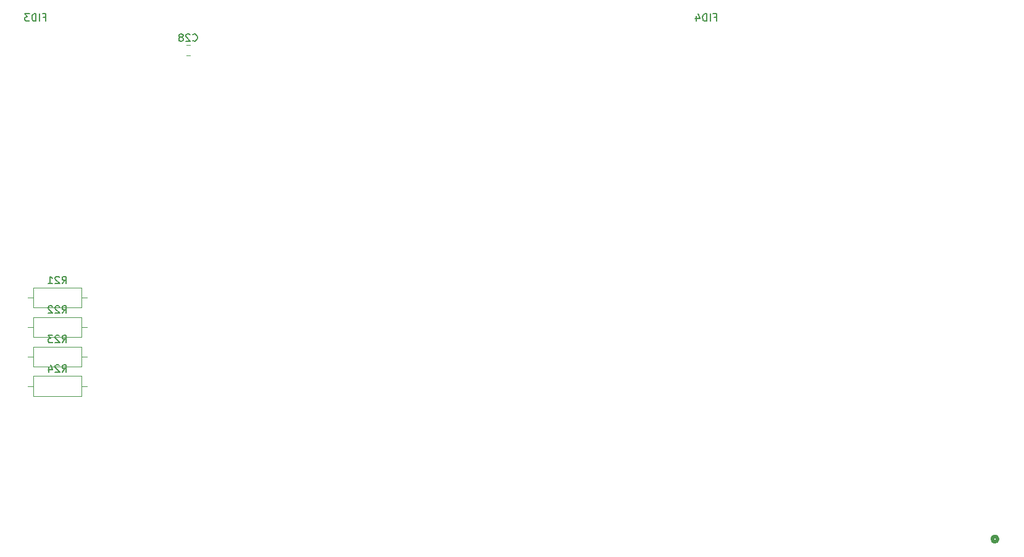
<source format=gbr>
%TF.GenerationSoftware,KiCad,Pcbnew,9.0.1-9.0.1-0~ubuntu24.04.1*%
%TF.CreationDate,2025-05-12T00:52:14+10:00*%
%TF.ProjectId,Sensor_Unit,53656e73-6f72-45f5-956e-69742e6b6963,rev?*%
%TF.SameCoordinates,Original*%
%TF.FileFunction,Legend,Bot*%
%TF.FilePolarity,Positive*%
%FSLAX46Y46*%
G04 Gerber Fmt 4.6, Leading zero omitted, Abs format (unit mm)*
G04 Created by KiCad (PCBNEW 9.0.1-9.0.1-0~ubuntu24.04.1) date 2025-05-12 00:52:14*
%MOMM*%
%LPD*%
G01*
G04 APERTURE LIST*
%ADD10C,0.150000*%
%ADD11C,0.508000*%
%ADD12C,0.120000*%
G04 APERTURE END LIST*
D10*
X54567857Y-86679580D02*
X54615476Y-86727200D01*
X54615476Y-86727200D02*
X54758333Y-86774819D01*
X54758333Y-86774819D02*
X54853571Y-86774819D01*
X54853571Y-86774819D02*
X54996428Y-86727200D01*
X54996428Y-86727200D02*
X55091666Y-86631961D01*
X55091666Y-86631961D02*
X55139285Y-86536723D01*
X55139285Y-86536723D02*
X55186904Y-86346247D01*
X55186904Y-86346247D02*
X55186904Y-86203390D01*
X55186904Y-86203390D02*
X55139285Y-86012914D01*
X55139285Y-86012914D02*
X55091666Y-85917676D01*
X55091666Y-85917676D02*
X54996428Y-85822438D01*
X54996428Y-85822438D02*
X54853571Y-85774819D01*
X54853571Y-85774819D02*
X54758333Y-85774819D01*
X54758333Y-85774819D02*
X54615476Y-85822438D01*
X54615476Y-85822438D02*
X54567857Y-85870057D01*
X54186904Y-85870057D02*
X54139285Y-85822438D01*
X54139285Y-85822438D02*
X54044047Y-85774819D01*
X54044047Y-85774819D02*
X53805952Y-85774819D01*
X53805952Y-85774819D02*
X53710714Y-85822438D01*
X53710714Y-85822438D02*
X53663095Y-85870057D01*
X53663095Y-85870057D02*
X53615476Y-85965295D01*
X53615476Y-85965295D02*
X53615476Y-86060533D01*
X53615476Y-86060533D02*
X53663095Y-86203390D01*
X53663095Y-86203390D02*
X54234523Y-86774819D01*
X54234523Y-86774819D02*
X53615476Y-86774819D01*
X53044047Y-86203390D02*
X53139285Y-86155771D01*
X53139285Y-86155771D02*
X53186904Y-86108152D01*
X53186904Y-86108152D02*
X53234523Y-86012914D01*
X53234523Y-86012914D02*
X53234523Y-85965295D01*
X53234523Y-85965295D02*
X53186904Y-85870057D01*
X53186904Y-85870057D02*
X53139285Y-85822438D01*
X53139285Y-85822438D02*
X53044047Y-85774819D01*
X53044047Y-85774819D02*
X52853571Y-85774819D01*
X52853571Y-85774819D02*
X52758333Y-85822438D01*
X52758333Y-85822438D02*
X52710714Y-85870057D01*
X52710714Y-85870057D02*
X52663095Y-85965295D01*
X52663095Y-85965295D02*
X52663095Y-86012914D01*
X52663095Y-86012914D02*
X52710714Y-86108152D01*
X52710714Y-86108152D02*
X52758333Y-86155771D01*
X52758333Y-86155771D02*
X52853571Y-86203390D01*
X52853571Y-86203390D02*
X53044047Y-86203390D01*
X53044047Y-86203390D02*
X53139285Y-86251009D01*
X53139285Y-86251009D02*
X53186904Y-86298628D01*
X53186904Y-86298628D02*
X53234523Y-86393866D01*
X53234523Y-86393866D02*
X53234523Y-86584342D01*
X53234523Y-86584342D02*
X53186904Y-86679580D01*
X53186904Y-86679580D02*
X53139285Y-86727200D01*
X53139285Y-86727200D02*
X53044047Y-86774819D01*
X53044047Y-86774819D02*
X52853571Y-86774819D01*
X52853571Y-86774819D02*
X52758333Y-86727200D01*
X52758333Y-86727200D02*
X52710714Y-86679580D01*
X52710714Y-86679580D02*
X52663095Y-86584342D01*
X52663095Y-86584342D02*
X52663095Y-86393866D01*
X52663095Y-86393866D02*
X52710714Y-86298628D01*
X52710714Y-86298628D02*
X52758333Y-86251009D01*
X52758333Y-86251009D02*
X52853571Y-86203390D01*
X126071428Y-83481009D02*
X126404761Y-83481009D01*
X126404761Y-84004819D02*
X126404761Y-83004819D01*
X126404761Y-83004819D02*
X125928571Y-83004819D01*
X125547618Y-84004819D02*
X125547618Y-83004819D01*
X125071428Y-84004819D02*
X125071428Y-83004819D01*
X125071428Y-83004819D02*
X124833333Y-83004819D01*
X124833333Y-83004819D02*
X124690476Y-83052438D01*
X124690476Y-83052438D02*
X124595238Y-83147676D01*
X124595238Y-83147676D02*
X124547619Y-83242914D01*
X124547619Y-83242914D02*
X124500000Y-83433390D01*
X124500000Y-83433390D02*
X124500000Y-83576247D01*
X124500000Y-83576247D02*
X124547619Y-83766723D01*
X124547619Y-83766723D02*
X124595238Y-83861961D01*
X124595238Y-83861961D02*
X124690476Y-83957200D01*
X124690476Y-83957200D02*
X124833333Y-84004819D01*
X124833333Y-84004819D02*
X125071428Y-84004819D01*
X123642857Y-83338152D02*
X123642857Y-84004819D01*
X123880952Y-82957200D02*
X124119047Y-83671485D01*
X124119047Y-83671485D02*
X123500000Y-83671485D01*
X34071428Y-83481009D02*
X34404761Y-83481009D01*
X34404761Y-84004819D02*
X34404761Y-83004819D01*
X34404761Y-83004819D02*
X33928571Y-83004819D01*
X33547618Y-84004819D02*
X33547618Y-83004819D01*
X33071428Y-84004819D02*
X33071428Y-83004819D01*
X33071428Y-83004819D02*
X32833333Y-83004819D01*
X32833333Y-83004819D02*
X32690476Y-83052438D01*
X32690476Y-83052438D02*
X32595238Y-83147676D01*
X32595238Y-83147676D02*
X32547619Y-83242914D01*
X32547619Y-83242914D02*
X32500000Y-83433390D01*
X32500000Y-83433390D02*
X32500000Y-83576247D01*
X32500000Y-83576247D02*
X32547619Y-83766723D01*
X32547619Y-83766723D02*
X32595238Y-83861961D01*
X32595238Y-83861961D02*
X32690476Y-83957200D01*
X32690476Y-83957200D02*
X32833333Y-84004819D01*
X32833333Y-84004819D02*
X33071428Y-84004819D01*
X32166666Y-83004819D02*
X31547619Y-83004819D01*
X31547619Y-83004819D02*
X31880952Y-83385771D01*
X31880952Y-83385771D02*
X31738095Y-83385771D01*
X31738095Y-83385771D02*
X31642857Y-83433390D01*
X31642857Y-83433390D02*
X31595238Y-83481009D01*
X31595238Y-83481009D02*
X31547619Y-83576247D01*
X31547619Y-83576247D02*
X31547619Y-83814342D01*
X31547619Y-83814342D02*
X31595238Y-83909580D01*
X31595238Y-83909580D02*
X31642857Y-83957200D01*
X31642857Y-83957200D02*
X31738095Y-84004819D01*
X31738095Y-84004819D02*
X32023809Y-84004819D01*
X32023809Y-84004819D02*
X32119047Y-83957200D01*
X32119047Y-83957200D02*
X32166666Y-83909580D01*
X36642857Y-120084819D02*
X36976190Y-119608628D01*
X37214285Y-120084819D02*
X37214285Y-119084819D01*
X37214285Y-119084819D02*
X36833333Y-119084819D01*
X36833333Y-119084819D02*
X36738095Y-119132438D01*
X36738095Y-119132438D02*
X36690476Y-119180057D01*
X36690476Y-119180057D02*
X36642857Y-119275295D01*
X36642857Y-119275295D02*
X36642857Y-119418152D01*
X36642857Y-119418152D02*
X36690476Y-119513390D01*
X36690476Y-119513390D02*
X36738095Y-119561009D01*
X36738095Y-119561009D02*
X36833333Y-119608628D01*
X36833333Y-119608628D02*
X37214285Y-119608628D01*
X36261904Y-119180057D02*
X36214285Y-119132438D01*
X36214285Y-119132438D02*
X36119047Y-119084819D01*
X36119047Y-119084819D02*
X35880952Y-119084819D01*
X35880952Y-119084819D02*
X35785714Y-119132438D01*
X35785714Y-119132438D02*
X35738095Y-119180057D01*
X35738095Y-119180057D02*
X35690476Y-119275295D01*
X35690476Y-119275295D02*
X35690476Y-119370533D01*
X35690476Y-119370533D02*
X35738095Y-119513390D01*
X35738095Y-119513390D02*
X36309523Y-120084819D01*
X36309523Y-120084819D02*
X35690476Y-120084819D01*
X34738095Y-120084819D02*
X35309523Y-120084819D01*
X35023809Y-120084819D02*
X35023809Y-119084819D01*
X35023809Y-119084819D02*
X35119047Y-119227676D01*
X35119047Y-119227676D02*
X35214285Y-119322914D01*
X35214285Y-119322914D02*
X35309523Y-119370533D01*
X36642857Y-132234819D02*
X36976190Y-131758628D01*
X37214285Y-132234819D02*
X37214285Y-131234819D01*
X37214285Y-131234819D02*
X36833333Y-131234819D01*
X36833333Y-131234819D02*
X36738095Y-131282438D01*
X36738095Y-131282438D02*
X36690476Y-131330057D01*
X36690476Y-131330057D02*
X36642857Y-131425295D01*
X36642857Y-131425295D02*
X36642857Y-131568152D01*
X36642857Y-131568152D02*
X36690476Y-131663390D01*
X36690476Y-131663390D02*
X36738095Y-131711009D01*
X36738095Y-131711009D02*
X36833333Y-131758628D01*
X36833333Y-131758628D02*
X37214285Y-131758628D01*
X36261904Y-131330057D02*
X36214285Y-131282438D01*
X36214285Y-131282438D02*
X36119047Y-131234819D01*
X36119047Y-131234819D02*
X35880952Y-131234819D01*
X35880952Y-131234819D02*
X35785714Y-131282438D01*
X35785714Y-131282438D02*
X35738095Y-131330057D01*
X35738095Y-131330057D02*
X35690476Y-131425295D01*
X35690476Y-131425295D02*
X35690476Y-131520533D01*
X35690476Y-131520533D02*
X35738095Y-131663390D01*
X35738095Y-131663390D02*
X36309523Y-132234819D01*
X36309523Y-132234819D02*
X35690476Y-132234819D01*
X34833333Y-131568152D02*
X34833333Y-132234819D01*
X35071428Y-131187200D02*
X35309523Y-131901485D01*
X35309523Y-131901485D02*
X34690476Y-131901485D01*
X36642857Y-128184819D02*
X36976190Y-127708628D01*
X37214285Y-128184819D02*
X37214285Y-127184819D01*
X37214285Y-127184819D02*
X36833333Y-127184819D01*
X36833333Y-127184819D02*
X36738095Y-127232438D01*
X36738095Y-127232438D02*
X36690476Y-127280057D01*
X36690476Y-127280057D02*
X36642857Y-127375295D01*
X36642857Y-127375295D02*
X36642857Y-127518152D01*
X36642857Y-127518152D02*
X36690476Y-127613390D01*
X36690476Y-127613390D02*
X36738095Y-127661009D01*
X36738095Y-127661009D02*
X36833333Y-127708628D01*
X36833333Y-127708628D02*
X37214285Y-127708628D01*
X36261904Y-127280057D02*
X36214285Y-127232438D01*
X36214285Y-127232438D02*
X36119047Y-127184819D01*
X36119047Y-127184819D02*
X35880952Y-127184819D01*
X35880952Y-127184819D02*
X35785714Y-127232438D01*
X35785714Y-127232438D02*
X35738095Y-127280057D01*
X35738095Y-127280057D02*
X35690476Y-127375295D01*
X35690476Y-127375295D02*
X35690476Y-127470533D01*
X35690476Y-127470533D02*
X35738095Y-127613390D01*
X35738095Y-127613390D02*
X36309523Y-128184819D01*
X36309523Y-128184819D02*
X35690476Y-128184819D01*
X35357142Y-127184819D02*
X34738095Y-127184819D01*
X34738095Y-127184819D02*
X35071428Y-127565771D01*
X35071428Y-127565771D02*
X34928571Y-127565771D01*
X34928571Y-127565771D02*
X34833333Y-127613390D01*
X34833333Y-127613390D02*
X34785714Y-127661009D01*
X34785714Y-127661009D02*
X34738095Y-127756247D01*
X34738095Y-127756247D02*
X34738095Y-127994342D01*
X34738095Y-127994342D02*
X34785714Y-128089580D01*
X34785714Y-128089580D02*
X34833333Y-128137200D01*
X34833333Y-128137200D02*
X34928571Y-128184819D01*
X34928571Y-128184819D02*
X35214285Y-128184819D01*
X35214285Y-128184819D02*
X35309523Y-128137200D01*
X35309523Y-128137200D02*
X35357142Y-128089580D01*
X36642857Y-124134819D02*
X36976190Y-123658628D01*
X37214285Y-124134819D02*
X37214285Y-123134819D01*
X37214285Y-123134819D02*
X36833333Y-123134819D01*
X36833333Y-123134819D02*
X36738095Y-123182438D01*
X36738095Y-123182438D02*
X36690476Y-123230057D01*
X36690476Y-123230057D02*
X36642857Y-123325295D01*
X36642857Y-123325295D02*
X36642857Y-123468152D01*
X36642857Y-123468152D02*
X36690476Y-123563390D01*
X36690476Y-123563390D02*
X36738095Y-123611009D01*
X36738095Y-123611009D02*
X36833333Y-123658628D01*
X36833333Y-123658628D02*
X37214285Y-123658628D01*
X36261904Y-123230057D02*
X36214285Y-123182438D01*
X36214285Y-123182438D02*
X36119047Y-123134819D01*
X36119047Y-123134819D02*
X35880952Y-123134819D01*
X35880952Y-123134819D02*
X35785714Y-123182438D01*
X35785714Y-123182438D02*
X35738095Y-123230057D01*
X35738095Y-123230057D02*
X35690476Y-123325295D01*
X35690476Y-123325295D02*
X35690476Y-123420533D01*
X35690476Y-123420533D02*
X35738095Y-123563390D01*
X35738095Y-123563390D02*
X36309523Y-124134819D01*
X36309523Y-124134819D02*
X35690476Y-124134819D01*
X35309523Y-123230057D02*
X35261904Y-123182438D01*
X35261904Y-123182438D02*
X35166666Y-123134819D01*
X35166666Y-123134819D02*
X34928571Y-123134819D01*
X34928571Y-123134819D02*
X34833333Y-123182438D01*
X34833333Y-123182438D02*
X34785714Y-123230057D01*
X34785714Y-123230057D02*
X34738095Y-123325295D01*
X34738095Y-123325295D02*
X34738095Y-123420533D01*
X34738095Y-123420533D02*
X34785714Y-123563390D01*
X34785714Y-123563390D02*
X35357142Y-124134819D01*
X35357142Y-124134819D02*
X34738095Y-124134819D01*
D11*
%TO.C,J1*%
X164985600Y-155180700D02*
G75*
G02*
X164223600Y-155180700I-381000J0D01*
G01*
X164223600Y-155180700D02*
G75*
G02*
X164985600Y-155180700I381000J0D01*
G01*
D12*
%TO.C,C28*%
X54186252Y-87265000D02*
X53663748Y-87265000D01*
X54186252Y-88735000D02*
X53663748Y-88735000D01*
%TO.C,R21*%
X31960000Y-122000000D02*
X32730000Y-122000000D01*
X32730000Y-120630000D02*
X39270000Y-120630000D01*
X32730000Y-123370000D02*
X32730000Y-120630000D01*
X39270000Y-120630000D02*
X39270000Y-123370000D01*
X39270000Y-123370000D02*
X32730000Y-123370000D01*
X40040000Y-122000000D02*
X39270000Y-122000000D01*
%TO.C,R24*%
X31960000Y-134150000D02*
X32730000Y-134150000D01*
X32730000Y-132780000D02*
X39270000Y-132780000D01*
X32730000Y-135520000D02*
X32730000Y-132780000D01*
X39270000Y-132780000D02*
X39270000Y-135520000D01*
X39270000Y-135520000D02*
X32730000Y-135520000D01*
X40040000Y-134150000D02*
X39270000Y-134150000D01*
%TO.C,R23*%
X31960000Y-130100000D02*
X32730000Y-130100000D01*
X32730000Y-128730000D02*
X39270000Y-128730000D01*
X32730000Y-131470000D02*
X32730000Y-128730000D01*
X39270000Y-128730000D02*
X39270000Y-131470000D01*
X39270000Y-131470000D02*
X32730000Y-131470000D01*
X40040000Y-130100000D02*
X39270000Y-130100000D01*
%TO.C,R22*%
X31960000Y-126050000D02*
X32730000Y-126050000D01*
X32730000Y-124680000D02*
X39270000Y-124680000D01*
X32730000Y-127420000D02*
X32730000Y-124680000D01*
X39270000Y-124680000D02*
X39270000Y-127420000D01*
X39270000Y-127420000D02*
X32730000Y-127420000D01*
X40040000Y-126050000D02*
X39270000Y-126050000D01*
%TD*%
M02*

</source>
